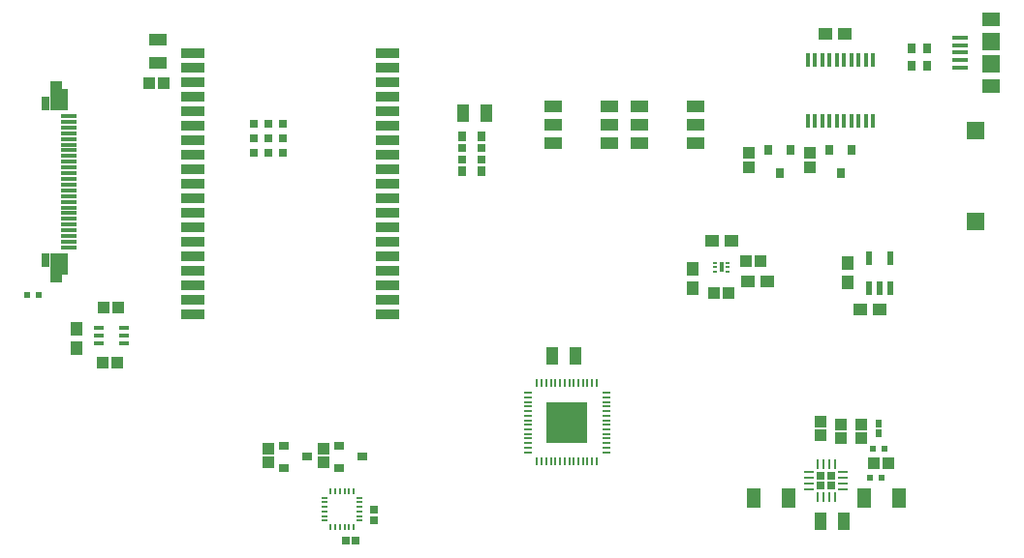
<source format=gtp>
G04 Layer_Color=7318015*
%FSLAX25Y25*%
%MOIN*%
G70*
G01*
G75*
%ADD10R,0.05906X0.03937*%
%ADD14R,0.06102X0.04724*%
%ADD15R,0.06102X0.05906*%
%ADD16R,0.05315X0.01575*%
%ADD17R,0.01500X0.04500*%
%ADD18R,0.02165X0.04724*%
%ADD19R,0.02756X0.04921*%
%ADD20R,0.04331X0.10433*%
%ADD21R,0.01969X0.07677*%
%ADD22R,0.05512X0.01181*%
%ADD23R,0.05118X0.06890*%
%ADD24R,0.03150X0.03740*%
%ADD26R,0.02756X0.00787*%
%ADD27R,0.00787X0.02756*%
G04:AMPARAMS|DCode=28|XSize=13.78mil|YSize=33.47mil|CornerRadius=0.34mil|HoleSize=0mil|Usage=FLASHONLY|Rotation=90.000|XOffset=0mil|YOffset=0mil|HoleType=Round|Shape=RoundedRectangle|*
%AMROUNDEDRECTD28*
21,1,0.01378,0.03278,0,0,90.0*
21,1,0.01309,0.03347,0,0,90.0*
1,1,0.00069,0.01639,0.00655*
1,1,0.00069,0.01639,-0.00655*
1,1,0.00069,-0.01639,-0.00655*
1,1,0.00069,-0.01639,0.00655*
%
%ADD28ROUNDEDRECTD28*%
%ADD29R,0.06000X0.06000*%
%ADD30R,0.02165X0.02362*%
%ADD31R,0.03543X0.03150*%
%ADD32R,0.03937X0.03937*%
%ADD33R,0.03150X0.03543*%
%ADD34R,0.01378X0.00709*%
%ADD35R,0.01181X0.03701*%
%ADD36R,0.00787X0.02362*%
%ADD37R,0.02362X0.00787*%
%ADD38R,0.07874X0.03543*%
%ADD40R,0.02953X0.02835*%
%ADD41R,0.02953X0.03228*%
%ADD42R,0.03937X0.06102*%
%ADD43R,0.04921X0.04331*%
%ADD44R,0.02520X0.02677*%
%ADD45R,0.02441X0.02598*%
%ADD46R,0.06102X0.03937*%
%ADD47R,0.03937X0.03937*%
%ADD48R,0.02677X0.02520*%
%ADD49R,0.04331X0.04921*%
%ADD71R,0.02756X0.02756*%
%ADD72R,0.02756X0.02756*%
%ADD73R,0.03000X0.03000*%
G04:AMPARAMS|DCode=74|XSize=9.06mil|YSize=31.5mil|CornerRadius=1.77mil|HoleSize=0mil|Usage=FLASHONLY|Rotation=0.000|XOffset=0mil|YOffset=0mil|HoleType=Round|Shape=RoundedRectangle|*
%AMROUNDEDRECTD74*
21,1,0.00906,0.02795,0,0,0.0*
21,1,0.00551,0.03150,0,0,0.0*
1,1,0.00354,0.00276,-0.01398*
1,1,0.00354,-0.00276,-0.01398*
1,1,0.00354,-0.00276,0.01398*
1,1,0.00354,0.00276,0.01398*
%
%ADD74ROUNDEDRECTD74*%
G04:AMPARAMS|DCode=75|XSize=9.06mil|YSize=31.5mil|CornerRadius=1.77mil|HoleSize=0mil|Usage=FLASHONLY|Rotation=90.000|XOffset=0mil|YOffset=0mil|HoleType=Round|Shape=RoundedRectangle|*
%AMROUNDEDRECTD75*
21,1,0.00906,0.02795,0,0,90.0*
21,1,0.00551,0.03150,0,0,90.0*
1,1,0.00354,0.01398,0.00276*
1,1,0.00354,0.01398,-0.00276*
1,1,0.00354,-0.01398,-0.00276*
1,1,0.00354,-0.01398,0.00276*
%
%ADD75ROUNDEDRECTD75*%
%ADD76R,0.14173X0.14173*%
D10*
X337759Y294095D02*
D03*
Y300394D02*
D03*
Y287796D02*
D03*
X357051Y300394D02*
D03*
Y287796D02*
D03*
Y294095D02*
D03*
X367259D02*
D03*
Y300394D02*
D03*
Y287796D02*
D03*
X386551Y300394D02*
D03*
Y287796D02*
D03*
Y294095D02*
D03*
D14*
X488130Y330417D02*
D03*
Y307583D02*
D03*
D15*
Y322937D02*
D03*
Y315063D02*
D03*
D16*
X477500Y324118D02*
D03*
Y321559D02*
D03*
Y319000D02*
D03*
Y316441D02*
D03*
Y313882D02*
D03*
D17*
X435250Y316550D02*
D03*
X437750D02*
D03*
X440250D02*
D03*
X442750D02*
D03*
X445250D02*
D03*
X447750D02*
D03*
X432750D02*
D03*
X430250D02*
D03*
X427750D02*
D03*
X425250D02*
D03*
X437750Y295450D02*
D03*
X435250D02*
D03*
X432750D02*
D03*
X430250D02*
D03*
X427750D02*
D03*
X425250D02*
D03*
X440250D02*
D03*
X442750D02*
D03*
X445250D02*
D03*
X447750D02*
D03*
D18*
X446260Y248119D02*
D03*
X453740D02*
D03*
Y237881D02*
D03*
X450000D02*
D03*
X446260D02*
D03*
D19*
X162908Y301369D02*
D03*
Y247629D02*
D03*
D20*
X166451Y304125D02*
D03*
Y244873D02*
D03*
D21*
X169601Y302747D02*
D03*
Y246251D02*
D03*
D22*
X170979Y267610D02*
D03*
Y265641D02*
D03*
Y263673D02*
D03*
Y261704D02*
D03*
Y259736D02*
D03*
Y257767D02*
D03*
Y255799D02*
D03*
Y253830D02*
D03*
Y251862D02*
D03*
Y297137D02*
D03*
Y269578D02*
D03*
Y271547D02*
D03*
Y273515D02*
D03*
Y275484D02*
D03*
Y277452D02*
D03*
Y279421D02*
D03*
Y281389D02*
D03*
Y285326D02*
D03*
Y283358D02*
D03*
Y287295D02*
D03*
Y289263D02*
D03*
Y291232D02*
D03*
Y293200D02*
D03*
Y295169D02*
D03*
D23*
X456504Y165500D02*
D03*
X444496D02*
D03*
X406496D02*
D03*
X418504D02*
D03*
D24*
X460843Y314500D02*
D03*
X466157D02*
D03*
X460843Y320500D02*
D03*
X466157D02*
D03*
D26*
X328835Y201755D02*
D03*
Y200180D02*
D03*
Y198606D02*
D03*
Y197031D02*
D03*
Y195456D02*
D03*
Y193881D02*
D03*
Y192306D02*
D03*
Y190732D02*
D03*
Y189157D02*
D03*
Y187582D02*
D03*
Y186007D02*
D03*
Y184432D02*
D03*
Y182857D02*
D03*
Y181283D02*
D03*
X355843Y201755D02*
D03*
Y200180D02*
D03*
Y198606D02*
D03*
Y197031D02*
D03*
Y195456D02*
D03*
Y193881D02*
D03*
Y192306D02*
D03*
Y190732D02*
D03*
Y189157D02*
D03*
Y187582D02*
D03*
Y186007D02*
D03*
Y184432D02*
D03*
Y182857D02*
D03*
Y181283D02*
D03*
D27*
X352575Y178015D02*
D03*
X351001D02*
D03*
X349426D02*
D03*
X347851D02*
D03*
X346276D02*
D03*
X344701D02*
D03*
X343127D02*
D03*
X341552D02*
D03*
X339977D02*
D03*
X338402D02*
D03*
X336827D02*
D03*
X335253D02*
D03*
X333678D02*
D03*
X332103D02*
D03*
Y205023D02*
D03*
X333678D02*
D03*
X335253D02*
D03*
X336827D02*
D03*
X338402D02*
D03*
X339977D02*
D03*
X341552D02*
D03*
X343127D02*
D03*
X344701D02*
D03*
X346276D02*
D03*
X347851D02*
D03*
X349426D02*
D03*
X351001D02*
D03*
X352575D02*
D03*
D28*
X189831Y224059D02*
D03*
Y221500D02*
D03*
Y218941D02*
D03*
X181169D02*
D03*
Y221500D02*
D03*
Y224059D02*
D03*
D29*
X483000Y292248D02*
D03*
Y260752D02*
D03*
D30*
X446531Y172500D02*
D03*
X450468D02*
D03*
X156751Y235425D02*
D03*
X160688D02*
D03*
X447532Y182500D02*
D03*
X451469D02*
D03*
D31*
X264063Y183398D02*
D03*
Y175917D02*
D03*
X271937Y179657D02*
D03*
X245063Y183398D02*
D03*
Y175917D02*
D03*
X252937Y179657D02*
D03*
D32*
X426000Y284461D02*
D03*
Y279539D02*
D03*
X239500Y182618D02*
D03*
Y177697D02*
D03*
X258500Y182618D02*
D03*
Y177697D02*
D03*
X443500Y190961D02*
D03*
Y186039D02*
D03*
X429500Y187039D02*
D03*
Y191961D02*
D03*
X436500Y186039D02*
D03*
Y190961D02*
D03*
X405000Y279539D02*
D03*
Y284461D02*
D03*
D33*
X415500Y277563D02*
D03*
X411760Y285437D02*
D03*
X419240D02*
D03*
X436500Y277563D02*
D03*
X432760Y285437D02*
D03*
X440240D02*
D03*
D34*
X397567Y243425D02*
D03*
Y245000D02*
D03*
Y246575D02*
D03*
X393433Y243425D02*
D03*
Y245000D02*
D03*
Y246575D02*
D03*
D35*
X395500Y245000D02*
D03*
D36*
X261063Y167760D02*
D03*
X262638D02*
D03*
X264213D02*
D03*
X265787D02*
D03*
X267362D02*
D03*
X268937D02*
D03*
Y155555D02*
D03*
X267362D02*
D03*
X265787D02*
D03*
X264213D02*
D03*
X262638D02*
D03*
X261063D02*
D03*
D37*
X271102Y165594D02*
D03*
Y164020D02*
D03*
Y162445D02*
D03*
Y160870D02*
D03*
Y159295D02*
D03*
Y157720D02*
D03*
X258898D02*
D03*
Y159295D02*
D03*
Y160870D02*
D03*
Y162445D02*
D03*
Y164020D02*
D03*
Y165594D02*
D03*
D38*
X213535Y228800D02*
D03*
Y233800D02*
D03*
Y238800D02*
D03*
Y243800D02*
D03*
Y248800D02*
D03*
Y253800D02*
D03*
Y258800D02*
D03*
Y263800D02*
D03*
Y268800D02*
D03*
Y273800D02*
D03*
Y278800D02*
D03*
Y283800D02*
D03*
Y288800D02*
D03*
Y293800D02*
D03*
Y298800D02*
D03*
Y303800D02*
D03*
Y308800D02*
D03*
Y313800D02*
D03*
Y318800D02*
D03*
X280465Y228800D02*
D03*
Y233800D02*
D03*
Y238800D02*
D03*
Y243800D02*
D03*
Y248800D02*
D03*
Y253800D02*
D03*
Y258800D02*
D03*
Y263800D02*
D03*
Y268800D02*
D03*
Y273800D02*
D03*
Y288800D02*
D03*
Y298800D02*
D03*
Y303800D02*
D03*
Y313800D02*
D03*
Y318800D02*
D03*
Y308800D02*
D03*
Y283800D02*
D03*
Y278800D02*
D03*
Y293800D02*
D03*
D40*
X306326Y285984D02*
D03*
Y282205D02*
D03*
X312822D02*
D03*
Y285984D02*
D03*
D41*
X306326Y290000D02*
D03*
Y278189D02*
D03*
X312822D02*
D03*
Y290000D02*
D03*
D42*
X437543Y157500D02*
D03*
X429457D02*
D03*
X337296Y214519D02*
D03*
X345382D02*
D03*
X314732Y298189D02*
D03*
X306645D02*
D03*
D43*
X449847Y230500D02*
D03*
X443153D02*
D03*
X398847Y254000D02*
D03*
X392154D02*
D03*
X431153Y325500D02*
D03*
X437847D02*
D03*
X411346Y240000D02*
D03*
X404654D02*
D03*
D44*
X276000Y161390D02*
D03*
Y157925D02*
D03*
D45*
X449500Y191193D02*
D03*
Y187807D02*
D03*
D46*
X201500Y323543D02*
D03*
Y315457D02*
D03*
D47*
X408961Y247000D02*
D03*
X404039D02*
D03*
X187461Y212000D02*
D03*
X182539D02*
D03*
X187961Y231000D02*
D03*
X183039D02*
D03*
X203461Y308500D02*
D03*
X198539D02*
D03*
X448039Y177500D02*
D03*
X452961D02*
D03*
X393039Y236000D02*
D03*
X397961D02*
D03*
D48*
X269732Y150657D02*
D03*
X266268D02*
D03*
D49*
X173500Y223847D02*
D03*
Y217154D02*
D03*
X385500Y237653D02*
D03*
Y244346D02*
D03*
X439000Y239653D02*
D03*
Y246346D02*
D03*
D71*
X433272Y173272D02*
D03*
X429728Y169728D02*
D03*
D72*
X433272Y169728D02*
D03*
X429728Y173272D02*
D03*
D73*
X244500Y289500D02*
D03*
Y284500D02*
D03*
X239500D02*
D03*
Y289500D02*
D03*
X244500Y294500D02*
D03*
X239500D02*
D03*
X234500D02*
D03*
Y289500D02*
D03*
Y284500D02*
D03*
D74*
X428547Y177307D02*
D03*
X430516D02*
D03*
X432484D02*
D03*
X434453D02*
D03*
Y165693D02*
D03*
X432484D02*
D03*
X430516D02*
D03*
X428547D02*
D03*
D75*
X437307Y174453D02*
D03*
Y172484D02*
D03*
Y170516D02*
D03*
Y168547D02*
D03*
X425693D02*
D03*
Y170516D02*
D03*
Y172484D02*
D03*
Y174453D02*
D03*
D76*
X342339Y191519D02*
D03*
M02*

</source>
